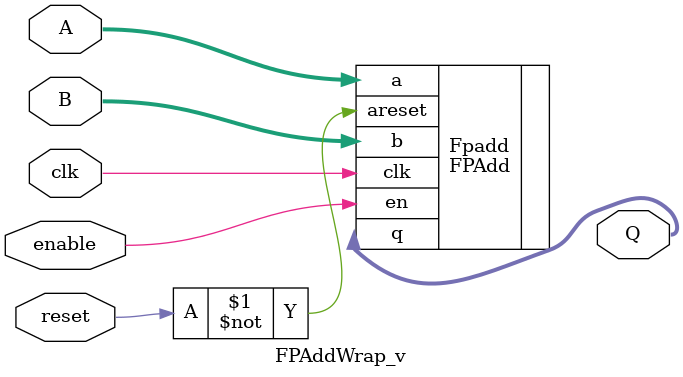
<source format=v>
`timescale 1ps/1ps


module FPAddWrap_v (
    input clk,
    input reset,
    input enable,
    input [15:0] A,
    input [15:0] B,
    output [15:0] Q
);


FPAdd Fpadd (
    .clk    (clk),
    .areset (~reset),
    .en     (enable),
    .a      (A),
    .b      (B),
    .q      (Q)
);

endmodule
</source>
